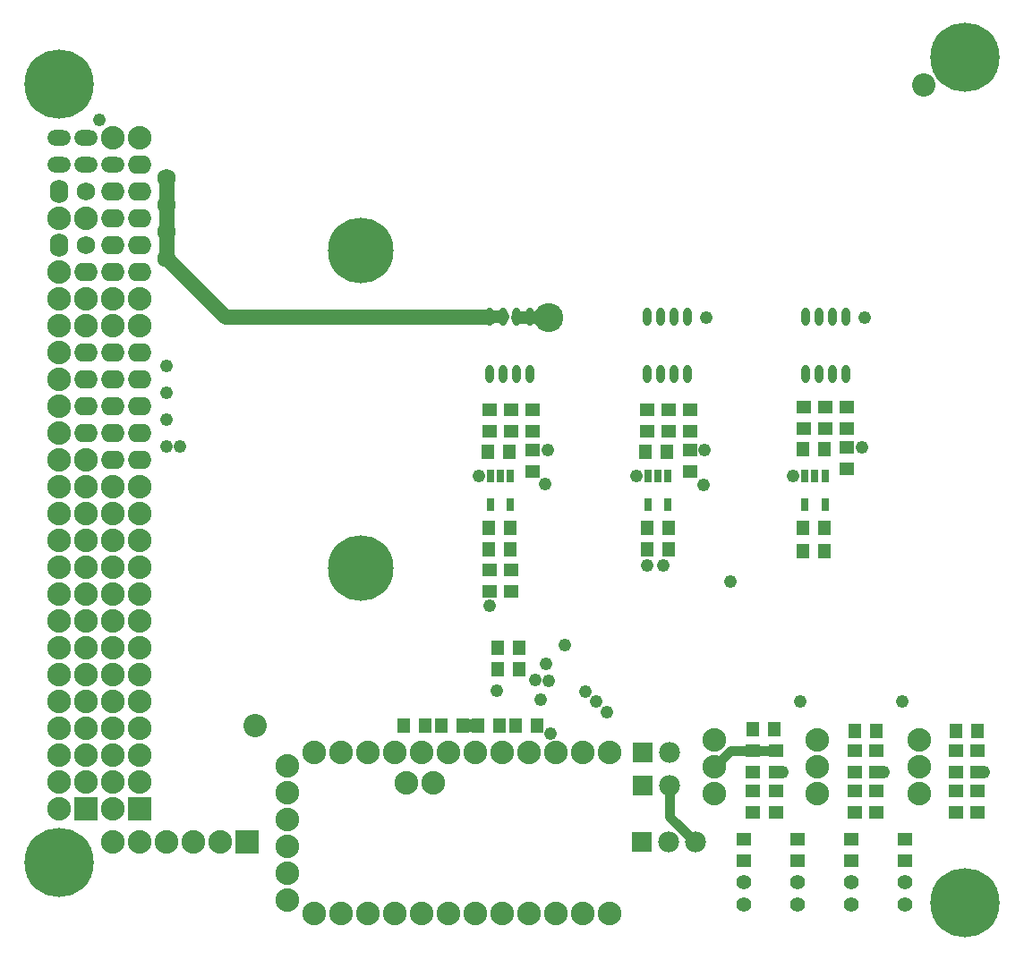
<source format=gts>
G04 Layer_Color=8388736*
%FSLAX25Y25*%
%MOIN*%
G70*
G01*
G75*
%ADD41R,0.05800X0.04800*%
%ADD42R,0.04800X0.05800*%
%ADD43R,0.03162X0.04737*%
%ADD44O,0.03162X0.06706*%
%ADD45C,0.05800*%
%ADD46C,0.04800*%
%ADD47C,0.03800*%
%ADD48R,0.07800X0.07800*%
%ADD49C,0.07800*%
%ADD50O,0.08800X0.05800*%
%ADD51O,0.06800X0.08800*%
%ADD52C,0.06800*%
%ADD53C,0.08800*%
%ADD54O,0.08800X0.06800*%
%ADD55R,0.08800X0.08800*%
%ADD56C,0.24422*%
%ADD57C,0.05524*%
%ADD58R,0.08800X0.08800*%
%ADD59C,0.04800*%
%ADD60C,0.08674*%
%ADD61C,0.10800*%
%ADD62C,0.25800*%
D41*
X-42500Y43500D02*
D03*
Y35500D02*
D03*
X-62500Y43500D02*
D03*
Y35500D02*
D03*
X-82500Y43500D02*
D03*
Y35500D02*
D03*
X-102500Y43500D02*
D03*
Y35500D02*
D03*
X-90500Y53500D02*
D03*
Y61500D02*
D03*
X-99000D02*
D03*
Y53500D02*
D03*
Y76500D02*
D03*
Y68500D02*
D03*
X-90500Y76500D02*
D03*
Y68500D02*
D03*
X-53000Y53500D02*
D03*
Y61500D02*
D03*
X-61000D02*
D03*
Y53500D02*
D03*
X-53000Y76500D02*
D03*
Y68500D02*
D03*
X-61000Y76500D02*
D03*
Y68500D02*
D03*
X-23500Y61500D02*
D03*
Y53500D02*
D03*
X-15500D02*
D03*
Y61500D02*
D03*
Y76500D02*
D03*
Y68500D02*
D03*
X-23500Y76500D02*
D03*
Y68500D02*
D03*
X-197158Y203500D02*
D03*
Y195500D02*
D03*
X-189157Y203500D02*
D03*
Y195500D02*
D03*
X-181158Y203500D02*
D03*
Y195500D02*
D03*
Y180500D02*
D03*
Y188500D02*
D03*
X-138500Y203500D02*
D03*
Y195500D02*
D03*
X-122500Y203500D02*
D03*
Y195500D02*
D03*
X-130500Y203500D02*
D03*
Y195500D02*
D03*
X-122500Y180500D02*
D03*
Y188500D02*
D03*
X-64000Y181500D02*
D03*
Y189500D02*
D03*
Y204500D02*
D03*
Y196500D02*
D03*
X-80000Y204500D02*
D03*
Y196500D02*
D03*
X-72000Y204500D02*
D03*
Y196500D02*
D03*
X-197000Y144000D02*
D03*
Y136000D02*
D03*
X-189000Y144000D02*
D03*
Y136000D02*
D03*
D42*
X-229000Y86000D02*
D03*
X-221000D02*
D03*
X-215000D02*
D03*
X-207000D02*
D03*
X-179500D02*
D03*
X-187500D02*
D03*
X-193500D02*
D03*
X-201500D02*
D03*
X-99000Y84500D02*
D03*
X-91000D02*
D03*
X-61000Y84000D02*
D03*
X-53000D02*
D03*
X-23500D02*
D03*
X-15500D02*
D03*
X-189657Y188000D02*
D03*
X-197658D02*
D03*
X-197500Y159500D02*
D03*
X-189500D02*
D03*
Y151500D02*
D03*
X-197500D02*
D03*
X-131000Y188000D02*
D03*
X-139000D02*
D03*
X-138500Y159500D02*
D03*
X-130500D02*
D03*
Y151500D02*
D03*
X-138500D02*
D03*
X-72500Y151000D02*
D03*
X-80500D02*
D03*
Y159500D02*
D03*
X-72500D02*
D03*
Y189000D02*
D03*
X-80500D02*
D03*
X-186000Y115000D02*
D03*
X-194000D02*
D03*
X-186000Y107000D02*
D03*
X-194000D02*
D03*
D43*
X-189417Y178913D02*
D03*
X-193157D02*
D03*
X-196898D02*
D03*
Y168087D02*
D03*
X-189417D02*
D03*
X-130760Y178913D02*
D03*
X-134500D02*
D03*
X-138240D02*
D03*
Y168087D02*
D03*
X-130760D02*
D03*
X-72260Y178913D02*
D03*
X-76000D02*
D03*
X-79740D02*
D03*
Y168087D02*
D03*
X-72260D02*
D03*
D44*
X-197000Y216870D02*
D03*
X-192000D02*
D03*
X-187000D02*
D03*
X-182000D02*
D03*
X-197000Y238130D02*
D03*
X-192000D02*
D03*
X-187000D02*
D03*
X-182000D02*
D03*
X-79500Y216870D02*
D03*
X-74500D02*
D03*
X-69500D02*
D03*
X-64500D02*
D03*
X-79500Y238130D02*
D03*
X-74500D02*
D03*
X-69500D02*
D03*
X-64500D02*
D03*
X-138500Y216870D02*
D03*
X-133500D02*
D03*
X-128500D02*
D03*
X-123500D02*
D03*
X-138500Y238130D02*
D03*
X-133500D02*
D03*
X-128500D02*
D03*
X-123500D02*
D03*
D45*
X-317500Y260000D02*
Y290000D01*
X-295630Y238130D02*
X-197000D01*
X-317500Y260000D02*
X-295630Y238130D01*
D46*
X-197000D02*
X-192000D01*
X-186870Y238000D02*
X-175000D01*
D47*
X-99000Y76500D02*
X-90500D01*
X-113500Y70500D02*
X-107500Y76500D01*
X-99000D01*
X-130000Y52000D02*
Y63500D01*
Y52000D02*
X-120500Y42500D01*
D48*
X-140000Y76000D02*
D03*
Y63500D02*
D03*
X-140500Y42500D02*
D03*
D49*
X-130000Y76000D02*
D03*
Y63500D02*
D03*
X-130500Y42500D02*
D03*
X-120500Y42500D02*
D03*
D50*
X-347500Y305000D02*
D03*
X-357500D02*
D03*
Y295000D02*
D03*
X-347500D02*
D03*
X-337500D02*
D03*
D51*
X-357500Y285000D02*
D03*
Y265000D02*
D03*
D52*
X-347500Y285000D02*
D03*
Y265000D02*
D03*
X-317500Y280000D02*
D03*
Y270000D02*
D03*
Y290000D02*
D03*
Y260000D02*
D03*
D53*
X-357500Y275000D02*
D03*
X-347500D02*
D03*
X-357500Y255000D02*
D03*
Y245000D02*
D03*
X-347500D02*
D03*
X-357500Y235000D02*
D03*
X-347500D02*
D03*
X-357500Y225000D02*
D03*
Y215000D02*
D03*
Y205000D02*
D03*
Y195000D02*
D03*
Y185000D02*
D03*
X-347500D02*
D03*
X-357500Y175000D02*
D03*
X-347500D02*
D03*
X-357500Y165000D02*
D03*
X-347500D02*
D03*
X-357500Y155000D02*
D03*
X-347500D02*
D03*
X-357500Y145000D02*
D03*
X-347500D02*
D03*
X-357500Y135000D02*
D03*
X-347500D02*
D03*
X-357500Y125000D02*
D03*
X-347500D02*
D03*
X-357500Y115000D02*
D03*
X-347500D02*
D03*
X-357500Y105000D02*
D03*
X-347500D02*
D03*
X-357500Y95000D02*
D03*
X-347500D02*
D03*
X-357500Y85000D02*
D03*
X-347500D02*
D03*
X-357500Y75000D02*
D03*
X-347500D02*
D03*
X-357500Y65000D02*
D03*
X-347500D02*
D03*
X-357500Y55000D02*
D03*
X-327500Y305000D02*
D03*
X-337500D02*
D03*
Y245000D02*
D03*
X-327500D02*
D03*
X-337500Y235000D02*
D03*
X-327500D02*
D03*
X-337500Y175000D02*
D03*
X-327500D02*
D03*
X-337500Y165000D02*
D03*
X-327500D02*
D03*
X-337500Y155000D02*
D03*
X-327500D02*
D03*
X-337500Y145000D02*
D03*
X-327500D02*
D03*
X-337500Y135000D02*
D03*
X-327500D02*
D03*
X-337500Y125000D02*
D03*
X-327500D02*
D03*
X-337500Y115000D02*
D03*
X-327500D02*
D03*
X-337500Y105000D02*
D03*
X-327500D02*
D03*
X-337500Y95000D02*
D03*
X-327500D02*
D03*
X-337500Y85000D02*
D03*
X-327500D02*
D03*
X-337500Y75000D02*
D03*
X-327500D02*
D03*
X-337500Y65000D02*
D03*
X-327500D02*
D03*
X-337500Y55000D02*
D03*
Y42500D02*
D03*
X-327500D02*
D03*
X-317500D02*
D03*
X-307500D02*
D03*
X-297500D02*
D03*
X-113500Y60500D02*
D03*
Y70500D02*
D03*
Y80500D02*
D03*
X-75000Y60500D02*
D03*
Y70500D02*
D03*
Y80500D02*
D03*
X-37000Y60500D02*
D03*
Y70500D02*
D03*
Y80500D02*
D03*
X-272500Y71000D02*
D03*
Y61000D02*
D03*
Y51000D02*
D03*
Y41000D02*
D03*
Y31000D02*
D03*
Y21000D02*
D03*
X-218000Y64500D02*
D03*
X-228000D02*
D03*
X-152500Y76000D02*
D03*
X-162500D02*
D03*
X-172500D02*
D03*
X-182500D02*
D03*
X-192500D02*
D03*
X-202500D02*
D03*
X-212500D02*
D03*
X-222500D02*
D03*
X-232500D02*
D03*
X-242500D02*
D03*
X-252500D02*
D03*
X-262500D02*
D03*
X-152500Y16000D02*
D03*
X-162500D02*
D03*
X-172500D02*
D03*
X-182500D02*
D03*
X-192500D02*
D03*
X-202500D02*
D03*
X-212500D02*
D03*
X-222500D02*
D03*
X-232500D02*
D03*
X-242500D02*
D03*
X-252500D02*
D03*
X-262500D02*
D03*
D54*
X-347500Y255000D02*
D03*
Y225000D02*
D03*
Y215000D02*
D03*
Y205000D02*
D03*
Y195000D02*
D03*
X-327500Y295000D02*
D03*
X-337500Y285000D02*
D03*
X-327500D02*
D03*
X-337500Y275000D02*
D03*
X-327500D02*
D03*
X-337500Y265000D02*
D03*
X-327500D02*
D03*
X-337500Y255000D02*
D03*
X-327500D02*
D03*
X-337500Y225000D02*
D03*
X-327500D02*
D03*
X-337500Y215000D02*
D03*
X-327500D02*
D03*
X-337500Y205000D02*
D03*
X-327500D02*
D03*
X-337500Y195000D02*
D03*
X-327500D02*
D03*
X-337500Y185000D02*
D03*
X-327500D02*
D03*
D55*
X-347500Y55000D02*
D03*
X-327500D02*
D03*
D56*
X-245071Y262760D02*
D03*
Y144650D02*
D03*
D57*
X-102500Y19232D02*
D03*
Y27500D02*
D03*
X-82500Y19232D02*
D03*
Y27500D02*
D03*
X-62500Y19232D02*
D03*
Y27500D02*
D03*
X-42500Y19232D02*
D03*
Y27500D02*
D03*
D58*
X-287500Y42500D02*
D03*
D59*
X-117000Y188500D02*
D03*
X-58500Y189500D02*
D03*
X-342400Y311500D02*
D03*
X-317500Y200000D02*
D03*
X-312500Y190000D02*
D03*
X-317500D02*
D03*
Y210000D02*
D03*
Y220000D02*
D03*
X-57500Y238000D02*
D03*
X-116500D02*
D03*
X-43500Y95000D02*
D03*
X-81500D02*
D03*
X-132500Y145500D02*
D03*
X-138500D02*
D03*
X-197000Y130500D02*
D03*
X-88000Y68500D02*
D03*
X-50500D02*
D03*
X-13000D02*
D03*
X-201000Y179000D02*
D03*
X-175500Y188500D02*
D03*
X-142500Y179000D02*
D03*
X-84000D02*
D03*
X-180000Y103000D02*
D03*
X-204250Y86000D02*
D03*
X-174500Y83000D02*
D03*
X-157500Y95000D02*
D03*
X-161500Y98500D02*
D03*
X-153500Y91000D02*
D03*
X-194500Y99000D02*
D03*
X-175000Y102500D02*
D03*
X-178000Y95500D02*
D03*
X-197158Y195500D02*
D03*
X-138500D02*
D03*
X-80000Y196500D02*
D03*
X-176000Y109000D02*
D03*
X-169000Y116000D02*
D03*
X-107500Y139500D02*
D03*
X-117500Y175500D02*
D03*
X-176500Y175842D02*
D03*
X-349500Y30000D02*
D03*
Y40000D02*
D03*
X-365500Y30000D02*
D03*
Y40000D02*
D03*
X-357500Y25500D02*
D03*
Y44500D02*
D03*
X-349500Y320000D02*
D03*
Y330000D02*
D03*
X-365500Y320000D02*
D03*
Y330000D02*
D03*
X-357500Y315500D02*
D03*
Y334500D02*
D03*
X-12000Y330000D02*
D03*
Y340000D02*
D03*
X-28000Y330000D02*
D03*
Y340000D02*
D03*
X-20000Y325500D02*
D03*
Y344500D02*
D03*
X-12000Y15000D02*
D03*
Y25000D02*
D03*
X-28000Y15000D02*
D03*
Y25000D02*
D03*
X-20000Y10500D02*
D03*
Y29500D02*
D03*
D60*
X-35500Y324500D02*
D03*
X-284500Y86000D02*
D03*
D61*
X-175000Y238000D02*
D03*
D62*
X-357500Y325000D02*
D03*
X-20000Y20000D02*
D03*
X-357500Y35000D02*
D03*
X-20000Y335000D02*
D03*
M02*

</source>
